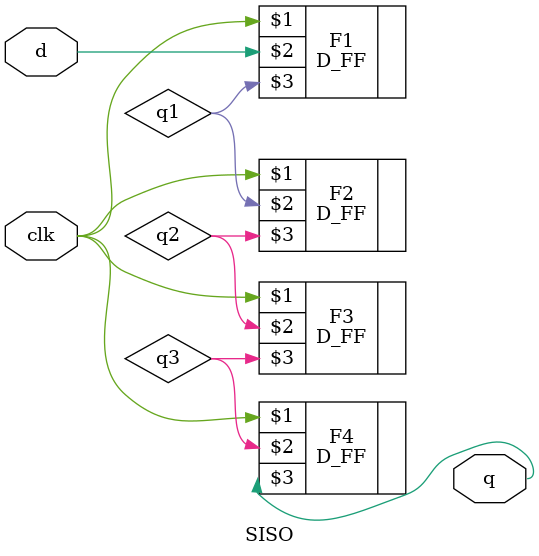
<source format=v>
module SISO(clk,d,q);

        input d,clk;
        output q;
        wire q1,q2,q3;
        
        D_FF F1(clk,d,q1);
        D_FF F2(clk,q1,q2);
        D_FF F3(clk,q2,q3);
        D_FF F4(clk,q3,q);
      
endmodule
</source>
